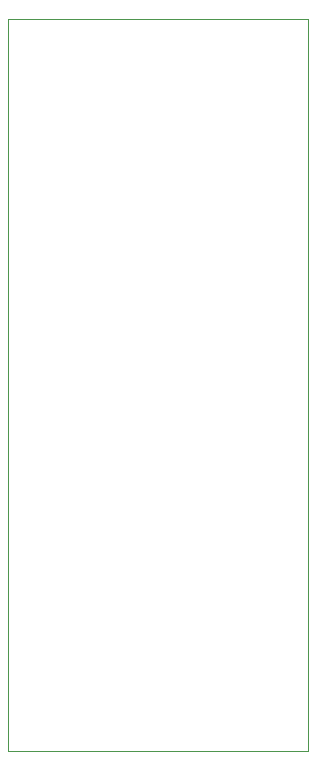
<source format=gbr>
%TF.GenerationSoftware,Altium Limited,Altium Designer,20.0.9 (164)*%
G04 Layer_Color=0*
%FSLAX26Y26*%
%MOIN*%
%TF.FileFunction,Profile,NP*%
%TF.Part,Single*%
G01*
G75*
%TA.AperFunction,Profile*%
%ADD109C,0.001000*%
D109*
X1000000Y645000D02*
X2000000D01*
Y3085000D01*
X1000000D01*
Y645000D01*
%TF.MD5,42539614a876ca4d0e9c61a69a6d11bc*%
M02*

</source>
